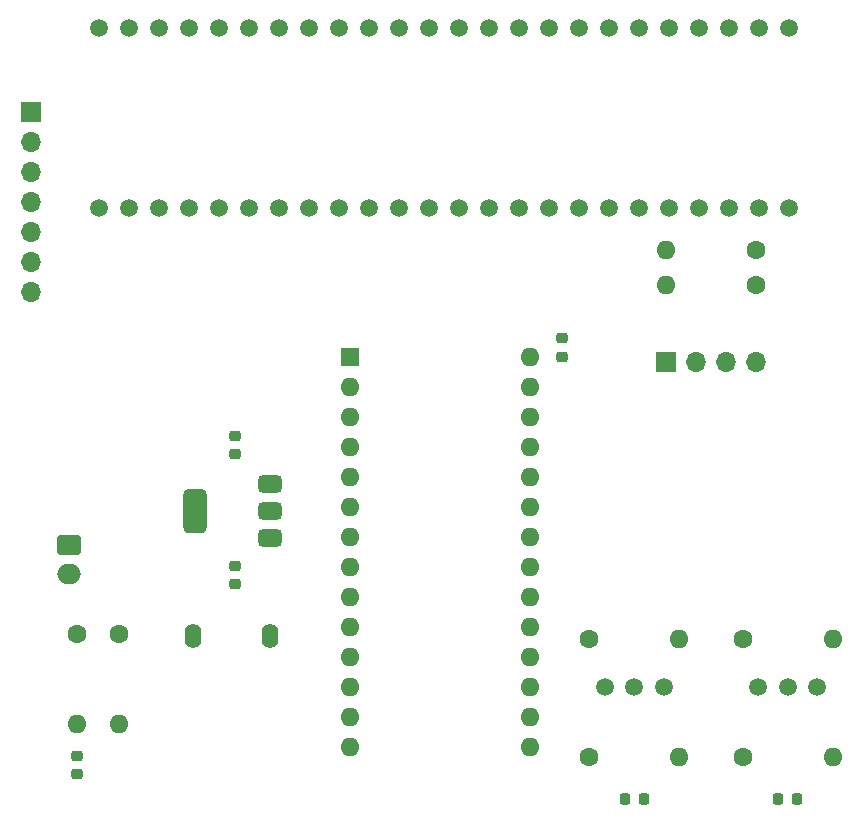
<source format=gbr>
%TF.GenerationSoftware,KiCad,Pcbnew,8.0.1*%
%TF.CreationDate,2024-08-10T23:24:58+09:00*%
%TF.ProjectId,master,6d617374-6572-42e6-9b69-6361645f7063,rev?*%
%TF.SameCoordinates,Original*%
%TF.FileFunction,Soldermask,Top*%
%TF.FilePolarity,Negative*%
%FSLAX46Y46*%
G04 Gerber Fmt 4.6, Leading zero omitted, Abs format (unit mm)*
G04 Created by KiCad (PCBNEW 8.0.1) date 2024-08-10 23:24:58*
%MOMM*%
%LPD*%
G01*
G04 APERTURE LIST*
G04 Aperture macros list*
%AMRoundRect*
0 Rectangle with rounded corners*
0 $1 Rounding radius*
0 $2 $3 $4 $5 $6 $7 $8 $9 X,Y pos of 4 corners*
0 Add a 4 corners polygon primitive as box body*
4,1,4,$2,$3,$4,$5,$6,$7,$8,$9,$2,$3,0*
0 Add four circle primitives for the rounded corners*
1,1,$1+$1,$2,$3*
1,1,$1+$1,$4,$5*
1,1,$1+$1,$6,$7*
1,1,$1+$1,$8,$9*
0 Add four rect primitives between the rounded corners*
20,1,$1+$1,$2,$3,$4,$5,0*
20,1,$1+$1,$4,$5,$6,$7,0*
20,1,$1+$1,$6,$7,$8,$9,0*
20,1,$1+$1,$8,$9,$2,$3,0*%
G04 Aperture macros list end*
%ADD10C,1.600000*%
%ADD11O,1.600000X1.600000*%
%ADD12RoundRect,0.225000X-0.250000X0.225000X-0.250000X-0.225000X0.250000X-0.225000X0.250000X0.225000X0*%
%ADD13RoundRect,0.225000X0.250000X-0.225000X0.250000X0.225000X-0.250000X0.225000X-0.250000X-0.225000X0*%
%ADD14C,1.512000*%
%ADD15RoundRect,0.218750X0.256250X-0.218750X0.256250X0.218750X-0.256250X0.218750X-0.256250X-0.218750X0*%
%ADD16RoundRect,0.218750X-0.218750X-0.256250X0.218750X-0.256250X0.218750X0.256250X-0.218750X0.256250X0*%
%ADD17O,1.400000X2.100000*%
%ADD18R,1.600000X1.600000*%
%ADD19C,1.500000*%
%ADD20R,1.700000X1.700000*%
%ADD21O,1.700000X1.700000*%
%ADD22RoundRect,0.250000X-0.750000X0.600000X-0.750000X-0.600000X0.750000X-0.600000X0.750000X0.600000X0*%
%ADD23O,2.000000X1.700000*%
%ADD24RoundRect,0.375000X0.625000X0.375000X-0.625000X0.375000X-0.625000X-0.375000X0.625000X-0.375000X0*%
%ADD25RoundRect,0.500000X0.500000X1.400000X-0.500000X1.400000X-0.500000X-1.400000X0.500000X-1.400000X0*%
G04 APERTURE END LIST*
D10*
%TO.C,R8*%
X2690000Y4000000D03*
D11*
X10310000Y4000000D03*
%TD*%
D10*
%TO.C,R7*%
X-10310000Y4000000D03*
D11*
X-2690000Y4000000D03*
%TD*%
D10*
%TO.C,R6*%
X-50160000Y4413000D03*
D11*
X-50160000Y-3207000D03*
%TD*%
D10*
%TO.C,R5*%
X3810000Y37000000D03*
D11*
X-3810000Y37000000D03*
%TD*%
D10*
%TO.C,R4*%
X3810000Y34000000D03*
D11*
X-3810000Y34000000D03*
%TD*%
D10*
%TO.C,R3*%
X2690000Y-6000000D03*
D11*
X10310000Y-6000000D03*
%TD*%
%TO.C,R2*%
X-2690000Y-6000000D03*
D10*
X-10310000Y-6000000D03*
%TD*%
%TO.C,R1*%
X-53660000Y4413000D03*
D11*
X-53660000Y-3207000D03*
%TD*%
D12*
%TO.C,C3*%
X-40330000Y8658000D03*
X-40330000Y10208000D03*
%TD*%
D13*
%TO.C,C2*%
X-12580000Y27933000D03*
X-12580000Y29483000D03*
%TD*%
%TO.C,C1*%
X-40330000Y21208000D03*
X-40330000Y19658000D03*
%TD*%
D14*
%TO.C,Teensy 4.1*%
X4060000Y55753000D03*
X1520000Y55753000D03*
X-1020000Y55753000D03*
X-3560000Y55753000D03*
X-28960000Y55753000D03*
X1520000Y40513000D03*
X-6100000Y55753000D03*
X-8640000Y55753000D03*
X-11180000Y55753000D03*
X-13720000Y55753000D03*
X-16260000Y55753000D03*
X-18800000Y55753000D03*
X-21340000Y55753000D03*
X-23880000Y55753000D03*
X-26420000Y55753000D03*
X-26420000Y40513000D03*
X-23880000Y40513000D03*
X-21340000Y40513000D03*
X-18800000Y40513000D03*
X-16260000Y40513000D03*
X-13720000Y40513000D03*
X-11180000Y40513000D03*
X-8640000Y40513000D03*
X-6100000Y40513000D03*
X-3560000Y40513000D03*
X-1020000Y40513000D03*
X-31500000Y55753000D03*
X-34040000Y55753000D03*
X-36580000Y55753000D03*
X-39120000Y55753000D03*
X-41660000Y55753000D03*
X-44200000Y55753000D03*
X-46740000Y55753000D03*
X-49280000Y55753000D03*
X-51820000Y55753000D03*
X-51820000Y40513000D03*
X-49280000Y40513000D03*
X-46740000Y40513000D03*
X-44200000Y40513000D03*
X-41660000Y40513000D03*
X-39120000Y40513000D03*
X-36580000Y40513000D03*
X-34040000Y40513000D03*
X-31500000Y40513000D03*
X6600000Y55753000D03*
X-28960000Y40513000D03*
X4060000Y40513000D03*
X6600000Y40513000D03*
%TD*%
D15*
%TO.C,Power*%
X-53660000Y-7434500D03*
X-53660000Y-5859500D03*
%TD*%
D16*
%TO.C,15/DIO12/DI1*%
X-7287500Y-9500000D03*
X-5712500Y-9500000D03*
%TD*%
D17*
%TO.C,Reset*%
X-43860000Y4253000D03*
X-37360000Y4253000D03*
%TD*%
D18*
%TO.C,TWELITE DIP*%
X-30570000Y27933000D03*
D11*
X-30570000Y25393000D03*
X-30570000Y22853000D03*
X-30570000Y20313000D03*
X-30570000Y17773000D03*
X-30570000Y15233000D03*
X-30570000Y12693000D03*
X-30570000Y10153000D03*
X-30570000Y7613000D03*
X-30570000Y5073000D03*
X-30570000Y2533000D03*
X-30570000Y-7000D03*
X-30570000Y-2547000D03*
X-30570000Y-5087000D03*
X-15330000Y-5087000D03*
X-15330000Y-2547000D03*
X-15330000Y-7000D03*
X-15330000Y2533000D03*
X-15330000Y5073000D03*
X-15330000Y7613000D03*
X-15330000Y10153000D03*
X-15330000Y12693000D03*
X-15330000Y15233000D03*
X-15330000Y17773000D03*
X-15330000Y20313000D03*
X-15330000Y22853000D03*
X-15330000Y25393000D03*
X-15330000Y27933000D03*
%TD*%
D19*
%TO.C,25/DIO1/AI4*%
X4000000Y0D03*
X6500000Y0D03*
X9000000Y0D03*
%TD*%
D20*
%TO.C,GND>*%
X-57610000Y48663000D03*
D21*
X-57610000Y46123000D03*
X-57610000Y43583000D03*
X-57610000Y41043000D03*
X-57610000Y38503000D03*
X-57610000Y35963000D03*
X-57610000Y33423000D03*
%TD*%
%TO.C,Display*%
X3810000Y27500000D03*
X1270000Y27500000D03*
X-1270000Y27500000D03*
D20*
X-3810000Y27500000D03*
%TD*%
D22*
%TO.C,Vin*%
X-54360000Y12003000D03*
D23*
X-54360000Y9503000D03*
%TD*%
D16*
%TO.C,16/DIO13/DI2*%
X5712500Y-9500000D03*
X7287500Y-9500000D03*
%TD*%
D24*
%TO.C,3.3V*%
X-37360000Y12553000D03*
X-37360000Y14853000D03*
D25*
X-43660000Y14853000D03*
D24*
X-37360000Y17153000D03*
%TD*%
D19*
%TO.C,23/DIO0/AI2*%
X-9000000Y0D03*
X-6500000Y0D03*
X-4000000Y0D03*
%TD*%
M02*

</source>
